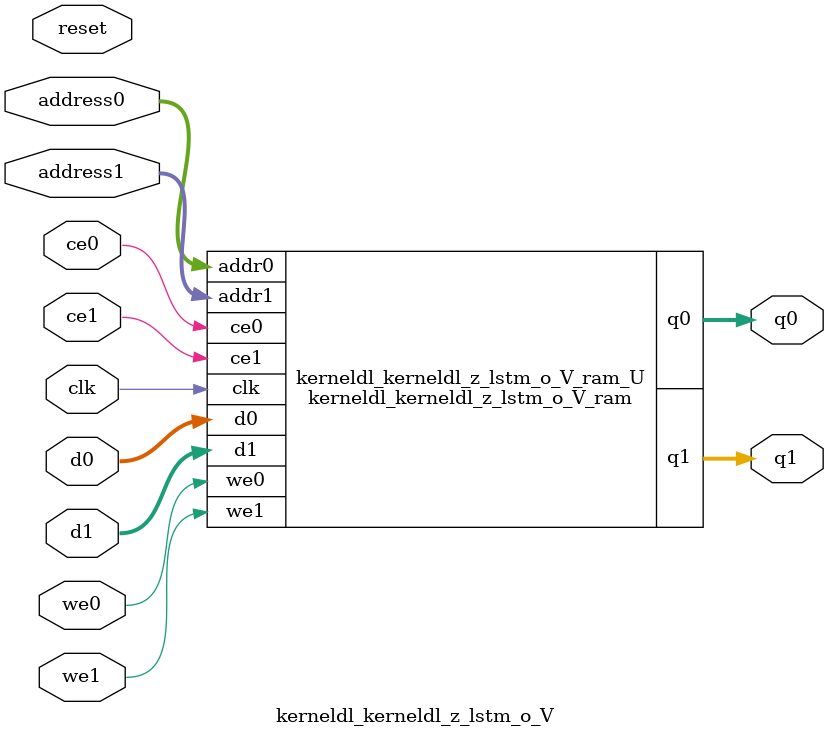
<source format=v>
`timescale 1 ns / 1 ps
module kerneldl_kerneldl_z_lstm_o_V_ram (addr0, ce0, d0, we0, q0, addr1, ce1, d1, we1, q1,  clk);

parameter DWIDTH = 16;
parameter AWIDTH = 15;
parameter MEM_SIZE = 24320;

input[AWIDTH-1:0] addr0;
input ce0;
input[DWIDTH-1:0] d0;
input we0;
output reg[DWIDTH-1:0] q0;
input[AWIDTH-1:0] addr1;
input ce1;
input[DWIDTH-1:0] d1;
input we1;
output reg[DWIDTH-1:0] q1;
input clk;

(* ram_style = "block" *)reg [DWIDTH-1:0] ram[0:MEM_SIZE-1];




always @(posedge clk)  
begin 
    if (ce0) begin
        if (we0) 
            ram[addr0] <= d0; 
        q0 <= ram[addr0];
    end
end


always @(posedge clk)  
begin 
    if (ce1) begin
        if (we1) 
            ram[addr1] <= d1; 
        q1 <= ram[addr1];
    end
end


endmodule

`timescale 1 ns / 1 ps
module kerneldl_kerneldl_z_lstm_o_V(
    reset,
    clk,
    address0,
    ce0,
    we0,
    d0,
    q0,
    address1,
    ce1,
    we1,
    d1,
    q1);

parameter DataWidth = 32'd16;
parameter AddressRange = 32'd24320;
parameter AddressWidth = 32'd15;
input reset;
input clk;
input[AddressWidth - 1:0] address0;
input ce0;
input we0;
input[DataWidth - 1:0] d0;
output[DataWidth - 1:0] q0;
input[AddressWidth - 1:0] address1;
input ce1;
input we1;
input[DataWidth - 1:0] d1;
output[DataWidth - 1:0] q1;



kerneldl_kerneldl_z_lstm_o_V_ram kerneldl_kerneldl_z_lstm_o_V_ram_U(
    .clk( clk ),
    .addr0( address0 ),
    .ce0( ce0 ),
    .we0( we0 ),
    .d0( d0 ),
    .q0( q0 ),
    .addr1( address1 ),
    .ce1( ce1 ),
    .we1( we1 ),
    .d1( d1 ),
    .q1( q1 ));

endmodule


</source>
